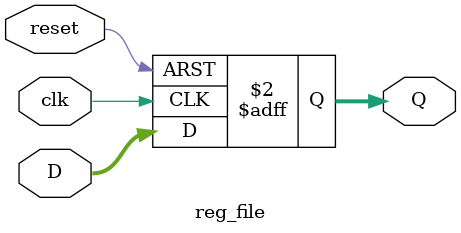
<source format=v>
module reg_file #(parameter N = 5)(
    input wire clk, reset,
    input wire [N-1:0]D,
    output reg [N-1:0]Q
    );
    
    always@(posedge clk or posedge reset)
    begin
        if(reset)
            Q <= 0;
        else
            Q <= D;
    end
    
endmodule


</source>
